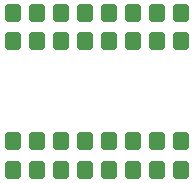
<source format=gbr>
%TF.SameCoordinates,Original*%
%TF.FileFunction,Paste,Top*%
%TF.FilePolarity,Positive*%
%FSLAX46Y46*%
G04 Gerber Fmt 4.6, Leading zero omitted, Abs format (unit mm)*
%MOMM*%
%LPD*%
G01*
G04 APERTURE LIST*
G04 Aperture macros list*
%AMRoundRect*
0 Rectangle with rounded corners*
0 $1 Rounding radius*
0 $2 $3 $4 $5 $6 $7 $8 $9 X,Y pos of 4 corners*
0 Add a 4 corners polygon primitive as box body*
4,1,4,$2,$3,$4,$5,$6,$7,$8,$9,$2,$3,0*
0 Add four circle primitives for the rounded corners*
1,1,$1+$1,$2,$3*
1,1,$1+$1,$4,$5*
1,1,$1+$1,$6,$7*
1,1,$1+$1,$8,$9*
0 Add four rect primitives between the rounded corners*
20,1,$1+$1,$2,$3,$4,$5,0*
20,1,$1+$1,$4,$5,$6,$7,0*
20,1,$1+$1,$6,$7,$8,$9,0*
20,1,$1+$1,$8,$9,$2,$3,0*%
G04 Aperture macros list end*
%ADD10RoundRect,0.280800X-0.394200X0.469200X-0.394200X-0.469200X0.394200X-0.469200X0.394200X0.469200X0*%
%ADD11RoundRect,0.280800X0.394200X-0.469200X0.394200X0.469200X-0.394200X0.469200X-0.394200X-0.469200X0*%
G04 APERTURE END LIST*
D10*
%TO.C,R2*%
X132461000Y-44520000D03*
X132461000Y-46920000D03*
%TD*%
%TO.C,R8*%
X144653000Y-44520000D03*
X144653000Y-46920000D03*
%TD*%
D11*
%TO.C,R9*%
X130429000Y-57791200D03*
X130429000Y-55391200D03*
%TD*%
%TO.C,R15*%
X142621000Y-57785000D03*
X142621000Y-55385000D03*
%TD*%
D10*
%TO.C,R3*%
X134493000Y-44520000D03*
X134493000Y-46920000D03*
%TD*%
D11*
%TO.C,R16*%
X144653000Y-57785000D03*
X144653000Y-55385000D03*
%TD*%
D10*
%TO.C,R7*%
X142621000Y-44520000D03*
X142621000Y-46920000D03*
%TD*%
D11*
%TO.C,R10*%
X132461000Y-57791200D03*
X132461000Y-55391200D03*
%TD*%
%TO.C,R11*%
X134493000Y-57791200D03*
X134493000Y-55391200D03*
%TD*%
D10*
%TO.C,R1*%
X130429000Y-44520000D03*
X130429000Y-46920000D03*
%TD*%
%TO.C,R4*%
X136525000Y-44520000D03*
X136525000Y-46920000D03*
%TD*%
%TO.C,R5*%
X138557000Y-44500800D03*
X138557000Y-46900800D03*
%TD*%
D11*
%TO.C,R12*%
X136525000Y-57791200D03*
X136525000Y-55391200D03*
%TD*%
%TO.C,R14*%
X140589000Y-57791200D03*
X140589000Y-55391200D03*
%TD*%
D10*
%TO.C,R6*%
X140589000Y-44520000D03*
X140589000Y-46920000D03*
%TD*%
D11*
%TO.C,R13*%
X138557000Y-57791200D03*
X138557000Y-55391200D03*
%TD*%
M02*

</source>
